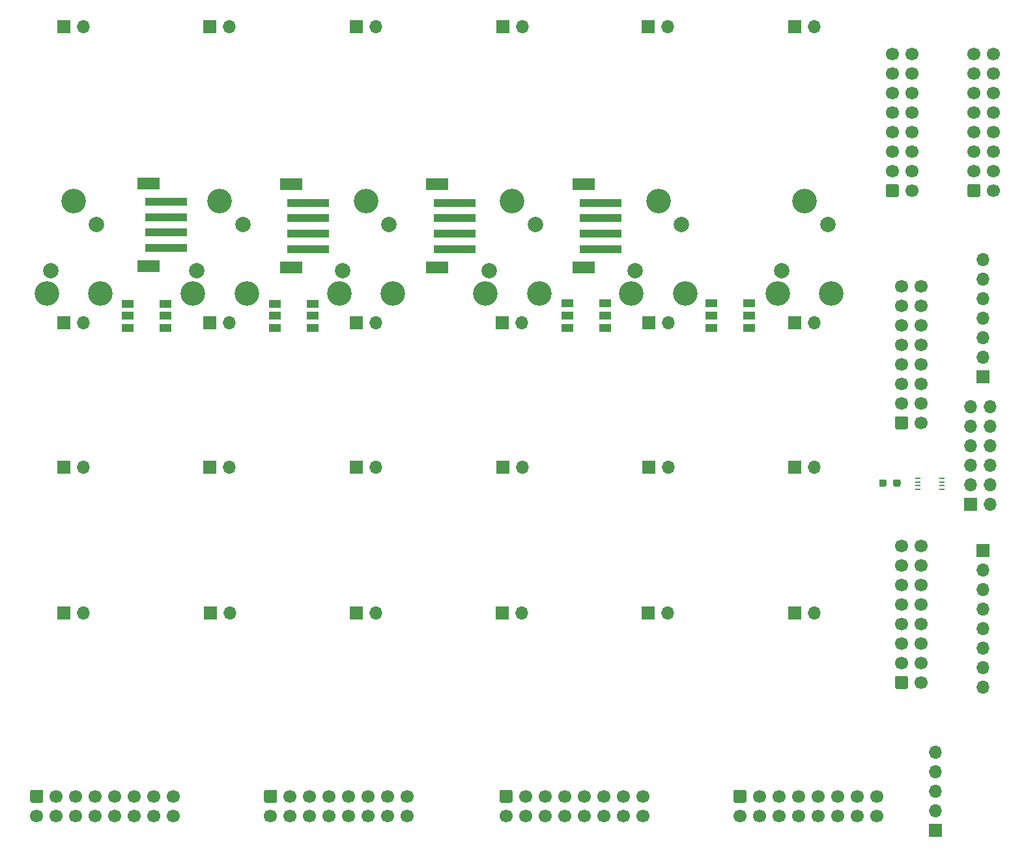
<source format=gbr>
%TF.GenerationSoftware,KiCad,Pcbnew,(5.1.10)-1*%
%TF.CreationDate,2022-05-16T18:50:31-07:00*%
%TF.ProjectId,KeyPad_Board,4b657950-6164-45f4-926f-6172642e6b69,rev?*%
%TF.SameCoordinates,Original*%
%TF.FileFunction,Soldermask,Bot*%
%TF.FilePolarity,Negative*%
%FSLAX46Y46*%
G04 Gerber Fmt 4.6, Leading zero omitted, Abs format (unit mm)*
G04 Created by KiCad (PCBNEW (5.1.10)-1) date 2022-05-16 18:50:31*
%MOMM*%
%LPD*%
G01*
G04 APERTURE LIST*
%ADD10C,1.700000*%
%ADD11C,3.200000*%
%ADD12C,2.000000*%
%ADD13R,1.500000X1.000000*%
%ADD14R,1.700000X1.700000*%
%ADD15O,1.700000X1.700000*%
%ADD16R,3.000000X1.600000*%
%ADD17R,5.500000X1.000000*%
%ADD18R,0.750000X0.250000*%
G04 APERTURE END LIST*
%TO.C,J6*%
G36*
G01*
X153750000Y-85600000D02*
X153750000Y-84400000D01*
G75*
G02*
X154000000Y-84150000I250000J0D01*
G01*
X155200000Y-84150000D01*
G75*
G02*
X155450000Y-84400000I0J-250000D01*
G01*
X155450000Y-85600000D01*
G75*
G02*
X155200000Y-85850000I-250000J0D01*
G01*
X154000000Y-85850000D01*
G75*
G02*
X153750000Y-85600000I0J250000D01*
G01*
G37*
D10*
X154600000Y-82460000D03*
X154600000Y-79920000D03*
X154600000Y-77380000D03*
X154600000Y-74840000D03*
X154600000Y-72300000D03*
X154600000Y-69760000D03*
X154600000Y-67220000D03*
X157140000Y-85000000D03*
X157140000Y-82460000D03*
X157140000Y-79920000D03*
X157140000Y-77380000D03*
X157140000Y-74840000D03*
X157140000Y-72300000D03*
X157140000Y-69760000D03*
X157140000Y-67220000D03*
%TD*%
D11*
%TO.C,SW6*%
X138500000Y-68200000D03*
X145500000Y-68200000D03*
X142000000Y-56200000D03*
D12*
X139000000Y-65200000D03*
X145000000Y-59200000D03*
%TD*%
D13*
%TO.C,D1*%
X129900000Y-72650000D03*
X129900000Y-71050000D03*
X129900000Y-69450000D03*
X134800000Y-72650000D03*
X134800000Y-71050000D03*
X134800000Y-69450000D03*
%TD*%
%TO.C,D2*%
X116050000Y-69450000D03*
X116050000Y-71050000D03*
X116050000Y-72650000D03*
X111150000Y-69450000D03*
X111150000Y-71050000D03*
X111150000Y-72650000D03*
%TD*%
%TO.C,D3*%
X73150000Y-72700000D03*
X73150000Y-71100000D03*
X73150000Y-69500000D03*
X78050000Y-72700000D03*
X78050000Y-71100000D03*
X78050000Y-69500000D03*
%TD*%
%TO.C,D4*%
X58950000Y-69500000D03*
X58950000Y-71100000D03*
X58950000Y-72700000D03*
X54050000Y-69500000D03*
X54050000Y-71100000D03*
X54050000Y-72700000D03*
%TD*%
%TO.C,J1*%
G36*
G01*
X41600000Y-132750000D02*
X42800000Y-132750000D01*
G75*
G02*
X43050000Y-133000000I0J-250000D01*
G01*
X43050000Y-134200000D01*
G75*
G02*
X42800000Y-134450000I-250000J0D01*
G01*
X41600000Y-134450000D01*
G75*
G02*
X41350000Y-134200000I0J250000D01*
G01*
X41350000Y-133000000D01*
G75*
G02*
X41600000Y-132750000I250000J0D01*
G01*
G37*
D10*
X44740000Y-133600000D03*
X47280000Y-133600000D03*
X49820000Y-133600000D03*
X52360000Y-133600000D03*
X54900000Y-133600000D03*
X57440000Y-133600000D03*
X59980000Y-133600000D03*
X42200000Y-136140000D03*
X44740000Y-136140000D03*
X47280000Y-136140000D03*
X49820000Y-136140000D03*
X52360000Y-136140000D03*
X54900000Y-136140000D03*
X57440000Y-136140000D03*
X59980000Y-136140000D03*
%TD*%
%TO.C,J2*%
G36*
G01*
X72000000Y-132750000D02*
X73200000Y-132750000D01*
G75*
G02*
X73450000Y-133000000I0J-250000D01*
G01*
X73450000Y-134200000D01*
G75*
G02*
X73200000Y-134450000I-250000J0D01*
G01*
X72000000Y-134450000D01*
G75*
G02*
X71750000Y-134200000I0J250000D01*
G01*
X71750000Y-133000000D01*
G75*
G02*
X72000000Y-132750000I250000J0D01*
G01*
G37*
X75140000Y-133600000D03*
X77680000Y-133600000D03*
X80220000Y-133600000D03*
X82760000Y-133600000D03*
X85300000Y-133600000D03*
X87840000Y-133600000D03*
X90380000Y-133600000D03*
X72600000Y-136140000D03*
X75140000Y-136140000D03*
X77680000Y-136140000D03*
X80220000Y-136140000D03*
X82760000Y-136140000D03*
X85300000Y-136140000D03*
X87840000Y-136140000D03*
X90380000Y-136140000D03*
%TD*%
%TO.C,J3*%
G36*
G01*
X102600000Y-132750000D02*
X103800000Y-132750000D01*
G75*
G02*
X104050000Y-133000000I0J-250000D01*
G01*
X104050000Y-134200000D01*
G75*
G02*
X103800000Y-134450000I-250000J0D01*
G01*
X102600000Y-134450000D01*
G75*
G02*
X102350000Y-134200000I0J250000D01*
G01*
X102350000Y-133000000D01*
G75*
G02*
X102600000Y-132750000I250000J0D01*
G01*
G37*
X105740000Y-133600000D03*
X108280000Y-133600000D03*
X110820000Y-133600000D03*
X113360000Y-133600000D03*
X115900000Y-133600000D03*
X118440000Y-133600000D03*
X120980000Y-133600000D03*
X103200000Y-136140000D03*
X105740000Y-136140000D03*
X108280000Y-136140000D03*
X110820000Y-136140000D03*
X113360000Y-136140000D03*
X115900000Y-136140000D03*
X118440000Y-136140000D03*
X120980000Y-136140000D03*
%TD*%
%TO.C,J4*%
X151380000Y-136140000D03*
X148840000Y-136140000D03*
X146300000Y-136140000D03*
X143760000Y-136140000D03*
X141220000Y-136140000D03*
X138680000Y-136140000D03*
X136140000Y-136140000D03*
X133600000Y-136140000D03*
X151380000Y-133600000D03*
X148840000Y-133600000D03*
X146300000Y-133600000D03*
X143760000Y-133600000D03*
X141220000Y-133600000D03*
X138680000Y-133600000D03*
X136140000Y-133600000D03*
G36*
G01*
X133000000Y-132750000D02*
X134200000Y-132750000D01*
G75*
G02*
X134450000Y-133000000I0J-250000D01*
G01*
X134450000Y-134200000D01*
G75*
G02*
X134200000Y-134450000I-250000J0D01*
G01*
X133000000Y-134450000D01*
G75*
G02*
X132750000Y-134200000I0J250000D01*
G01*
X132750000Y-133000000D01*
G75*
G02*
X133000000Y-132750000I250000J0D01*
G01*
G37*
%TD*%
%TO.C,J5*%
X157140000Y-101020000D03*
X157140000Y-103560000D03*
X157140000Y-106100000D03*
X157140000Y-108640000D03*
X157140000Y-111180000D03*
X157140000Y-113720000D03*
X157140000Y-116260000D03*
X157140000Y-118800000D03*
X154600000Y-101020000D03*
X154600000Y-103560000D03*
X154600000Y-106100000D03*
X154600000Y-108640000D03*
X154600000Y-111180000D03*
X154600000Y-113720000D03*
X154600000Y-116260000D03*
G36*
G01*
X153750000Y-119400000D02*
X153750000Y-118200000D01*
G75*
G02*
X154000000Y-117950000I250000J0D01*
G01*
X155200000Y-117950000D01*
G75*
G02*
X155450000Y-118200000I0J-250000D01*
G01*
X155450000Y-119400000D01*
G75*
G02*
X155200000Y-119650000I-250000J0D01*
G01*
X154000000Y-119650000D01*
G75*
G02*
X153750000Y-119400000I0J250000D01*
G01*
G37*
%TD*%
%TO.C,J7*%
X155940000Y-37020000D03*
X155940000Y-39560000D03*
X155940000Y-42100000D03*
X155940000Y-44640000D03*
X155940000Y-47180000D03*
X155940000Y-49720000D03*
X155940000Y-52260000D03*
X155940000Y-54800000D03*
X153400000Y-37020000D03*
X153400000Y-39560000D03*
X153400000Y-42100000D03*
X153400000Y-44640000D03*
X153400000Y-47180000D03*
X153400000Y-49720000D03*
X153400000Y-52260000D03*
G36*
G01*
X152550000Y-55400000D02*
X152550000Y-54200000D01*
G75*
G02*
X152800000Y-53950000I250000J0D01*
G01*
X154000000Y-53950000D01*
G75*
G02*
X154250000Y-54200000I0J-250000D01*
G01*
X154250000Y-55400000D01*
G75*
G02*
X154000000Y-55650000I-250000J0D01*
G01*
X152800000Y-55650000D01*
G75*
G02*
X152550000Y-55400000I0J250000D01*
G01*
G37*
%TD*%
%TO.C,J8*%
X166550000Y-37020000D03*
X166550000Y-39560000D03*
X166550000Y-42100000D03*
X166550000Y-44640000D03*
X166550000Y-47180000D03*
X166550000Y-49720000D03*
X166550000Y-52260000D03*
X166550000Y-54800000D03*
X164010000Y-37020000D03*
X164010000Y-39560000D03*
X164010000Y-42100000D03*
X164010000Y-44640000D03*
X164010000Y-47180000D03*
X164010000Y-49720000D03*
X164010000Y-52260000D03*
G36*
G01*
X163160000Y-55400000D02*
X163160000Y-54200000D01*
G75*
G02*
X163410000Y-53950000I250000J0D01*
G01*
X164610000Y-53950000D01*
G75*
G02*
X164860000Y-54200000I0J-250000D01*
G01*
X164860000Y-55400000D01*
G75*
G02*
X164610000Y-55650000I-250000J0D01*
G01*
X163410000Y-55650000D01*
G75*
G02*
X163160000Y-55400000I0J250000D01*
G01*
G37*
%TD*%
D14*
%TO.C,J9*%
X159000000Y-138000000D03*
D15*
X159000000Y-135460000D03*
X159000000Y-132920000D03*
X159000000Y-130380000D03*
X159000000Y-127840000D03*
%TD*%
D14*
%TO.C,J10*%
X165200000Y-79000000D03*
D15*
X165200000Y-76460000D03*
X165200000Y-73920000D03*
X165200000Y-71380000D03*
X165200000Y-68840000D03*
X165200000Y-66300000D03*
X165200000Y-63760000D03*
%TD*%
D14*
%TO.C,J11*%
X165200000Y-101600000D03*
D15*
X165200000Y-104140000D03*
X165200000Y-106680000D03*
X165200000Y-109220000D03*
X165200000Y-111760000D03*
X165200000Y-114300000D03*
X165200000Y-116840000D03*
X165200000Y-119380000D03*
%TD*%
D14*
%TO.C,KB1*%
X45710000Y-33500000D03*
D15*
X48250000Y-33500000D03*
%TD*%
%TO.C,KB2*%
X67250000Y-33500000D03*
D14*
X64710000Y-33500000D03*
%TD*%
%TO.C,KB3*%
X83710000Y-33500000D03*
D15*
X86250000Y-33500000D03*
%TD*%
%TO.C,KB4*%
X105290000Y-33500000D03*
D14*
X102750000Y-33500000D03*
%TD*%
%TO.C,KB5*%
X121710000Y-33500000D03*
D15*
X124250000Y-33500000D03*
%TD*%
%TO.C,KB6*%
X143290000Y-33500000D03*
D14*
X140750000Y-33500000D03*
%TD*%
%TO.C,KB7*%
X45710000Y-72000000D03*
D15*
X48250000Y-72000000D03*
%TD*%
%TO.C,KB8*%
X67250000Y-72000000D03*
D14*
X64710000Y-72000000D03*
%TD*%
D15*
%TO.C,KB9*%
X86250000Y-72000000D03*
D14*
X83710000Y-72000000D03*
%TD*%
%TO.C,KB10*%
X102710000Y-72000000D03*
D15*
X105250000Y-72000000D03*
%TD*%
%TO.C,KB11*%
X124290000Y-72000000D03*
D14*
X121750000Y-72000000D03*
%TD*%
%TO.C,KB12*%
X140710000Y-72000000D03*
D15*
X143250000Y-72000000D03*
%TD*%
D14*
%TO.C,KB13*%
X45710000Y-90750000D03*
D15*
X48250000Y-90750000D03*
%TD*%
%TO.C,KB14*%
X67250000Y-90750000D03*
D14*
X64710000Y-90750000D03*
%TD*%
%TO.C,KB15*%
X83750000Y-90750000D03*
D15*
X86290000Y-90750000D03*
%TD*%
%TO.C,KB16*%
X105290000Y-90750000D03*
D14*
X102750000Y-90750000D03*
%TD*%
%TO.C,KB17*%
X121750000Y-90750000D03*
D15*
X124290000Y-90750000D03*
%TD*%
%TO.C,KB18*%
X143290000Y-90750000D03*
D14*
X140750000Y-90750000D03*
%TD*%
%TO.C,KB19*%
X45710000Y-109750000D03*
D15*
X48250000Y-109750000D03*
%TD*%
%TO.C,KB20*%
X67290000Y-109750000D03*
D14*
X64750000Y-109750000D03*
%TD*%
%TO.C,KB21*%
X83710000Y-109750000D03*
D15*
X86250000Y-109750000D03*
%TD*%
%TO.C,KB22*%
X105250000Y-109750000D03*
D14*
X102710000Y-109750000D03*
%TD*%
%TO.C,KB23*%
X121710000Y-109750000D03*
D15*
X124250000Y-109750000D03*
%TD*%
%TO.C,KB24*%
X143250000Y-109750000D03*
D14*
X140710000Y-109750000D03*
%TD*%
D16*
%TO.C,P1*%
X75250000Y-64800000D03*
X75250000Y-54000000D03*
D17*
X77500000Y-62400000D03*
X77500000Y-56400000D03*
X77500000Y-60400000D03*
X77500000Y-58400000D03*
%TD*%
D16*
%TO.C,P2*%
X56750000Y-64650000D03*
X56750000Y-53850000D03*
D17*
X59000000Y-62250000D03*
X59000000Y-56250000D03*
X59000000Y-60250000D03*
X59000000Y-58250000D03*
%TD*%
%TO.C,P3*%
X96500000Y-58400000D03*
X96500000Y-60400000D03*
X96500000Y-56400000D03*
X96500000Y-62400000D03*
D16*
X94250000Y-54000000D03*
X94250000Y-64800000D03*
%TD*%
D17*
%TO.C,P4*%
X115500000Y-58400000D03*
X115500000Y-60400000D03*
X115500000Y-56400000D03*
X115500000Y-62400000D03*
D16*
X113250000Y-54000000D03*
X113250000Y-64800000D03*
%TD*%
D18*
%TO.C,U1*%
X159850000Y-92200000D03*
X159850000Y-92700000D03*
X159850000Y-93200000D03*
X159850000Y-93700000D03*
X156750000Y-93700000D03*
X156750000Y-93200000D03*
X156750000Y-92700000D03*
X156750000Y-92200000D03*
%TD*%
D14*
%TO.C,J12*%
X163600000Y-95600000D03*
D15*
X166140000Y-95600000D03*
X163600000Y-93060000D03*
X166140000Y-93060000D03*
X163600000Y-90520000D03*
X166140000Y-90520000D03*
X163600000Y-87980000D03*
X166140000Y-87980000D03*
X163600000Y-85440000D03*
X166140000Y-85440000D03*
X163600000Y-82900000D03*
X166140000Y-82900000D03*
%TD*%
%TO.C,R1*%
G36*
G01*
X151687500Y-93087500D02*
X151687500Y-92612500D01*
G75*
G02*
X151925000Y-92375000I237500J0D01*
G01*
X152425000Y-92375000D01*
G75*
G02*
X152662500Y-92612500I0J-237500D01*
G01*
X152662500Y-93087500D01*
G75*
G02*
X152425000Y-93325000I-237500J0D01*
G01*
X151925000Y-93325000D01*
G75*
G02*
X151687500Y-93087500I0J237500D01*
G01*
G37*
G36*
G01*
X153512500Y-93087500D02*
X153512500Y-92612500D01*
G75*
G02*
X153750000Y-92375000I237500J0D01*
G01*
X154250000Y-92375000D01*
G75*
G02*
X154487500Y-92612500I0J-237500D01*
G01*
X154487500Y-93087500D01*
G75*
G02*
X154250000Y-93325000I-237500J0D01*
G01*
X153750000Y-93325000D01*
G75*
G02*
X153512500Y-93087500I0J237500D01*
G01*
G37*
%TD*%
D12*
%TO.C,SW1*%
X50000000Y-59200000D03*
X44000000Y-65200000D03*
D11*
X47000000Y-56200000D03*
X50500000Y-68200000D03*
X43500000Y-68200000D03*
%TD*%
%TO.C,SW2*%
X62500000Y-68200000D03*
X69500000Y-68200000D03*
X66000000Y-56200000D03*
D12*
X63000000Y-65200000D03*
X69000000Y-59200000D03*
%TD*%
%TO.C,SW3*%
X88000000Y-59200000D03*
X82000000Y-65200000D03*
D11*
X85000000Y-56200000D03*
X88500000Y-68200000D03*
X81500000Y-68200000D03*
%TD*%
%TO.C,SW4*%
X100500000Y-68200000D03*
X107500000Y-68200000D03*
X104000000Y-56200000D03*
D12*
X101000000Y-65200000D03*
X107000000Y-59200000D03*
%TD*%
%TO.C,SW5*%
X126000000Y-59200000D03*
X120000000Y-65200000D03*
D11*
X123000000Y-56200000D03*
X126500000Y-68200000D03*
X119500000Y-68200000D03*
%TD*%
M02*

</source>
